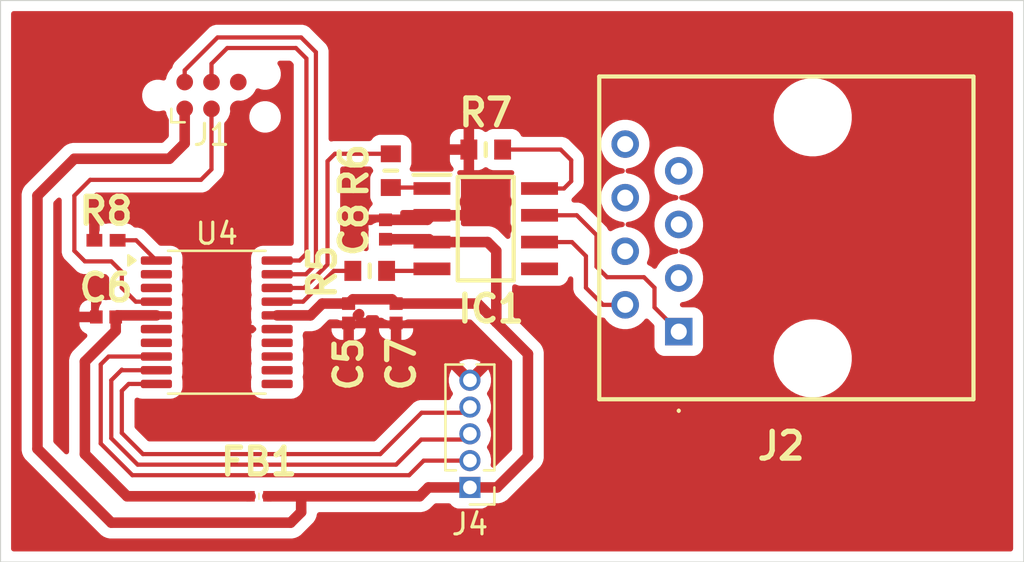
<source format=kicad_pcb>
(kicad_pcb (version 20241229) (generator "pcbnew") (generator_version "9.0")
  (layers (0 "F.Cu" signal) (2 "B.Cu" signal) (13 "F.Paste" user) (15 "B.Paste" user) (5 "F.SilkS" user "F.Silkscreen") (7 "B.SilkS" user "B.Silkscreen") (1 "F.Mask" user) (3 "B.Mask" user) (25 "Edge.Cuts" user))
  (net 0 "")
  (net 1 "GND")
  (net 2 "+3.3V")
  (net 3 "+3.3VA")
  (net 4 "Net-(IC1-D)")
  (net 5 "/CAN Interface/RS Mode")
  (net 6 "/CAN Interface/CAN_H")
  (net 7 "/CAN Interface/CAN_L")
  (net 9 "/CAN Interface/CAN_RX")
  (net 10 "/STM32 Microcontroller/SWO")
  (net 11 "/STM32 Microcontroller/NRST")
  (net 12 "/STM32 Microcontroller/SWCLK")
  (net 13 "/STM32 Microcontroller/SWDIO")
  (net 20 "/STM32 Microcontroller/USART2_TX")
  (net 21 "/STM32 Microcontroller/USART2_RX")
  (net 22 "/STM32 Microcontroller/USART2_CK")
  (net 23 "/CAN Interface/CAN_TX")
  (net 24 "/STM32 Microcontroller/BOOT0")
  (net 25 "/STM32 Microcontroller/ADC_IN0")
  (net 26 "/STM32 Microcontroller/ADC_IN1")
  (net 27 "/STM32 Microcontroller/ADC_IN5")
  (net 28 "/STM32 Microcontroller/ADC_IN6")
  (net 30 "/STM32 Microcontroller/GPIO_14")
  (net 32 "/STM32 Microcontroller/GPIO13")
  (footprint "Connector:Tag-Connect_TC2030-IDC-NL_2x03_P1.27mm_Vertical" (layer "F.Cu") (at 133.5 91.135)
    (property "Reference" "J1" (at 0 1.865 0) (layer "F.SilkS"))
    (property "Value" "TC2030")
    (fp_line (start -1.905 1.27) (end -1.905 0.635) (stroke (width 0.12)) (layer "F.SilkS"))
    (fp_line (start -1.27 1.27) (end -1.905 1.27) (stroke (width 0.12)) (layer "F.SilkS"))
    (pad "" np_thru_hole circle (at -2.54 0) (size 0.9906 0.9906) (drill 0.9906) (layers "*.Cu" "*.Mask"))
    (pad "" np_thru_hole circle (at 2.54 -1.016) (size 0.9906 0.9906) (drill 0.9906) (layers "*.Cu" "*.Mask"))
    (pad "" np_thru_hole circle (at 2.54 1.016) (size 0.9906 0.9906) (drill 0.9906) (layers "*.Cu" "*.Mask"))
    (pad "1" connect circle (at -1.27 0.635) (size 0.7874 0.7874) (layers "F.Cu" "F.Mask") (net 2 "+3.3V"))
    (pad "2" connect circle (at -1.27 -0.635) (size 0.7874 0.7874) (layers "F.Cu" "F.Mask") (net 13 "/STM32 Microcontroller/SWDIO"))
    (pad "3" connect circle (at 0 0.635) (size 0.7874 0.7874) (layers "F.Cu" "F.Mask") (net 11 "/STM32 Microcontroller/NRST"))
    (pad "4" connect circle (at 0 -0.635) (size 0.7874 0.7874) (layers "F.Cu" "F.Mask") (net 12 "/STM32 Microcontroller/SWCLK"))
    (pad "5" connect circle (at 1.27 0.635) (size 0.7874 0.7874) (layers "F.Cu" "F.Mask") (net 1 "GND"))
    (pad "6" connect circle (at 1.27 -0.635) (size 0.7874 0.7874) (layers "F.Cu" "F.Mask") (net 10 "/STM32 Microcontroller/SWO"))
    (zone (net 0) (net_name "") (layer "F.Cu") (connect_pads (clearance 0)) (min_thickness 0.254)
      (keepout (tracks allowed) (vias not_allowed) (pads allowed) (copperpour not_allowed) (footprints not_allowed))
      (fill (thermal_gap 0.508) (thermal_bridge_width 0.508))
      (polygon (pts (xy 134.77 90.5) (xy 132.23 90.5) (xy 132.23 91.77) (xy 134.77 91.77)))
    )
  )
  (footprint "Capstone:CAPC1005X70N" (layer "F.Cu") (at 140 101.46 -90)
    (property "Reference" "C5" (at 2.405 0 90) (layer "F.SilkS") (effects (font (size 1.27 1.27) (thickness 0.254))))
    (property "Value" "100nF" (hide yes))
    (pad "1" smd rect (at -0.46 0 270) (size 0.6 0.62) (layers "F.Cu" "F.Mask" "F.Paste") (net 2 "+3.3V"))
    (pad "2" smd rect (at 0.46 0 270) (size 0.6 0.62) (layers "F.Cu" "F.Mask" "F.Paste") (net 1 "GND"))
  )
  (footprint "Capstone:NFZ15SG152SN10B" (layer "F.Cu") (at 135.75 110.135 180)
    (property "Reference" "FB1" (at 0 1.635 180) (layer "F.SilkS") (effects (font (size 1.27 1.27) (thickness 0.254))))
    (property "Value" "600Ω@100MHz" (hide yes))
    (fp_line (start 0 -0.15) (end 0 0.15) (stroke (width 0.05)) (layer "F.SilkS"))
    (pad "1" smd rect (at -0.4 0 180) (size 0.4 0.5) (layers "F.Cu" "F.Mask" "F.Paste") (net 2 "+3.3V"))
    (pad "2" smd rect (at 0.4 0 180) (size 0.4 0.5) (layers "F.Cu" "F.Mask" "F.Paste") (net 3 "+3.3VA"))
  )
  (footprint "Capstone:CAPC1005X70N" (layer "F.Cu") (at 141.75 97.49 90)
    (property "Reference" "C8" (at 0 -1.5 90) (layer "F.SilkS") (effects (font (size 1.27 1.27) (thickness 0.254))))
    (property "Value" "100nF" (hide yes))
    (pad "1" smd rect (at -0.46 0 90) (size 0.6 0.62) (layers "F.Cu" "F.Mask" "F.Paste") (net 2 "+3.3V"))
    (pad "2" smd rect (at 0.46 0 90) (size 0.6 0.62) (layers "F.Cu" "F.Mask" "F.Paste") (net 1 "GND"))
  )
  (footprint "Capstone:SOT127P600X175-8N" (layer "F.Cu") (at 146.5 97.45)
    (property "Reference" "IC1" (at 0.25 3.8 0) (layer "F.SilkS") (effects (font (size 1.27 1.27) (thickness 0.254))))
    (property "Value" "SN65HVD230DR" (hide yes))
    (fp_line (start -3.425 -2.555) (end -1.675 -2.555) (stroke (width 0.2)) (layer "F.SilkS"))
    (fp_line (start -1.325 -2.452) (end 1.325 -2.452) (stroke (width 0.2)) (layer "F.SilkS"))
    (fp_line (start -1.325 2.452) (end -1.325 -2.452) (stroke (width 0.2)) (layer "F.SilkS"))
    (fp_line (start 1.325 -2.452) (end 1.325 2.452) (stroke (width 0.2)) (layer "F.SilkS"))
    (fp_line (start 1.325 2.452) (end -1.325 2.452) (stroke (width 0.2)) (layer "F.SilkS"))
    (pad "1" smd rect (at -2.55 -1.905 90) (size 0.6 1.75) (layers "F.Cu" "F.Mask" "F.Paste") (net 4 "Net-(IC1-D)"))
    (pad "2" smd rect (at -2.55 -0.635 90) (size 0.6 1.75) (layers "F.Cu" "F.Mask" "F.Paste") (net 1 "GND"))
    (pad "3" smd rect (at -2.55 0.635 90) (size 0.6 1.75) (layers "F.Cu" "F.Mask" "F.Paste") (net 2 "+3.3V"))
    (pad "4" smd rect (at -2.55 1.905 90) (size 0.6 1.75) (layers "F.Cu" "F.Mask" "F.Paste") (net 9 "/CAN Interface/CAN_RX"))
    (pad "5" smd rect (at 2.55 1.905 90) (size 0.6 1.75) (layers "F.Cu" "F.Mask" "F.Paste"))
    (pad "6" smd rect (at 2.55 0.635 90) (size 0.6 1.75) (layers "F.Cu" "F.Mask" "F.Paste") (net 7 "/CAN Interface/CAN_L"))
    (pad "7" smd rect (at 2.55 -0.635 90) (size 0.6 1.75) (layers "F.Cu" "F.Mask" "F.Paste") (net 6 "/CAN Interface/CAN_H"))
    (pad "8" smd rect (at 2.55 -1.905 90) (size 0.6 1.75) (layers "F.Cu" "F.Mask" "F.Paste") (net 5 "/CAN Interface/RS Mode"))
  )
  (footprint "Capstone:CAPC1005X70N" (layer "F.Cu") (at 128.5 101.635 180)
    (property "Reference" "C6" (at 0 1.385 180) (layer "F.SilkS") (effects (font (size 1.27 1.27) (thickness 0.254))))
    (property "Value" "100nF" (hide yes))
    (pad "1" smd rect (at -0.46 0 180) (size 0.6 0.62) (layers "F.Cu" "F.Mask" "F.Paste") (net 3 "+3.3VA"))
    (pad "2" smd rect (at 0.46 0 180) (size 0.6 0.62) (layers "F.Cu" "F.Mask" "F.Paste") (net 1 "GND"))
  )
  (footprint "Capstone:RESC1608X55N" (layer "F.Cu") (at 141 99.45)
    (property "Reference" "R5" (at -2.25 0.05 90) (layer "F.SilkS") (effects (font (size 1.27 1.27) (thickness 0.254))))
    (property "Value" "100Ω" (hide yes))
    (fp_line (start 0 -0.3) (end 0 0.3) (stroke (width 0.2)) (layer "F.SilkS"))
    (pad "1" smd rect (at -0.8 0) (size 0.8 0.95) (layers "F.Cu" "F.Mask" "F.Paste") (net 9 "/CAN Interface/CAN_RX"))
    (pad "2" smd rect (at 0.8 0) (size 0.8 0.95) (layers "F.Cu" "F.Mask" "F.Paste") (net 9 "/CAN Interface/CAN_RX"))
  )
  (footprint "Capstone:RESC1608X55N" (layer "F.Cu") (at 146.5 93.7)
    (property "Reference" "R7" (at 0 -1.75 0) (layer "F.SilkS") (effects (font (size 1.27 1.27) (thickness 0.254))))
    (property "Value" "0Ω" (hide yes))
    (fp_line (start 0 -0.3) (end 0 0.3) (stroke (width 0.2)) (layer "F.SilkS"))
    (pad "1" smd rect (at -0.8 0) (size 0.8 0.95) (layers "F.Cu" "F.Mask" "F.Paste") (net 1 "GND"))
    (pad "2" smd rect (at 0.8 0) (size 0.8 0.95) (layers "F.Cu" "F.Mask" "F.Paste") (net 5 "/CAN Interface/RS Mode"))
  )
  (footprint "Capstone:CAPC1005X70N" (layer "F.Cu") (at 142.25 101.46 -90)
    (property "Reference" "C7" (at 2.405 -0.25 90) (layer "F.SilkS") (effects (font (size 1.27 1.27) (thickness 0.254))))
    (property "Value" "1uF" (hide yes))
    (pad "1" smd rect (at -0.46 0 270) (size 0.6 0.62) (layers "F.Cu" "F.Mask" "F.Paste") (net 2 "+3.3V"))
    (pad "2" smd rect (at 0.46 0 270) (size 0.6 0.62) (layers "F.Cu" "F.Mask" "F.Paste") (net 1 "GND"))
  )
  (footprint "Capstone:54602908LF" (layer "F.Cu") (at 155.65 102.33 90)
    (property "Reference" "J2" (at -5.42 4.85 180) (layer "F.SilkS") (effects (font (size 1.27 1.27) (thickness 0.254))))
    (property "Value" "54602-908LF" (hide yes))
    (fp_line (start 12.095 -3.77) (end 12.095 13.97) (stroke (width 0.2)) (layer "F.SilkS"))
    (fp_line (start -3.205 -3.77) (end 12.095 -3.77) (stroke (width 0.2)) (layer "F.SilkS"))
    (fp_line (start -3.7 0) (end -3.7 0) (stroke (width 0.1)) (layer "F.SilkS"))
    (fp_line (start -3.8 0) (end -3.8 0) (stroke (width 0.1)) (layer "F.SilkS"))
    (fp_line (start 12.095 13.97) (end -3.205 13.97) (stroke (width 0.2)) (layer "F.SilkS"))
    (fp_line (start -3.205 13.97) (end -3.205 -3.77) (stroke (width 0.2)) (layer "F.SilkS"))
    (fp_arc (start -3.7 0) (mid -3.75 0.05) (end -3.8 0) (stroke (width 0.1)) (layer "F.SilkS"))
    (fp_arc (start -3.8 0) (mid -3.75 -0.05) (end -3.7 0) (stroke (width 0.1)) (layer "F.SilkS"))
    (pad "" np_thru_hole circle (at -1.27 6.35 90) (size 3.2 3.2) (drill 3.2) (layers "*.Cu" "*.Mask"))
    (pad "" np_thru_hole circle (at 10.16 6.35 90) (size 3.2 3.2) (drill 3.2) (layers "*.Cu" "*.Mask"))
    (pad "1" thru_hole rect (at 0 0 90) (size 1.303 1.303) (drill 0.76) (layers "*.Cu" "*.Mask") (net 6 "/CAN Interface/CAN_H"))
    (pad "2" thru_hole circle (at 1.27 -2.54 90) (size 1.303 1.303) (drill 0.76) (layers "*.Cu" "*.Mask") (net 7 "/CAN Interface/CAN_L"))
    (pad "3" thru_hole circle (at 2.54 0 90) (size 1.303 1.303) (drill 0.76) (layers "*.Cu" "*.Mask"))
    (pad "4" thru_hole circle (at 3.81 -2.54 90) (size 1.303 1.303) (drill 0.76) (layers "*.Cu" "*.Mask"))
    (pad "5" thru_hole circle (at 5.08 0 90) (size 1.303 1.303) (drill 0.76) (layers "*.Cu" "*.Mask"))
    (pad "6" thru_hole circle (at 6.35 -2.54 90) (size 1.303 1.303) (drill 0.76) (layers "*.Cu" "*.Mask"))
    (pad "7" thru_hole circle (at 7.62 0 90) (size 1.303 1.303) (drill 0.76) (layers "*.Cu" "*.Mask"))
    (pad "8" thru_hole circle (at 8.89 -2.54 90) (size 1.303 1.303) (drill 0.76) (layers "*.Cu" "*.Mask"))
  )
  (footprint "Package_SO:TSSOP-20_4.4x6.5mm_P0.65mm" (layer "F.Cu") (at 133.75 101.885)
    (property "Reference" "U4" (at 0 -4.2 0) (layer "F.SilkS"))
    (property "Value" "STM32F042F4P6")
    (fp_line (start -2.31 -3.385) (end 2.31 -3.385) (stroke (width 0.12)) (layer "F.SilkS"))
    (fp_line (start 2.31 3.385) (end -2.31 3.385) (stroke (width 0.12)) (layer "F.SilkS"))
    (fp_poly (pts (xy -3.86 -2.93) (xy -4.19 -2.69) (xy -4.19 -3.17)) (stroke (width 0.12)) (fill yes) (layer "F.SilkS"))
    (pad "1" smd roundrect (at -2.8625 -2.925) (size 1.475 0.4) (layers "F.Cu" "F.Mask" "F.Paste") (net 24 "/STM32 Microcontroller/BOOT0"))
    (pad "2" smd roundrect (at -2.8625 -2.275) (size 1.475 0.4) (layers "F.Cu" "F.Mask" "F.Paste"))
    (pad "3" smd roundrect (at -2.8625 -1.625) (size 1.475 0.4) (layers "F.Cu" "F.Mask" "F.Paste"))
    (pad "4" smd roundrect (at -2.8625 -0.975) (size 1.475 0.4) (layers "F.Cu" "F.Mask" "F.Paste") (net 11 "/STM32 Microcontroller/NRST"))
    (pad "5" smd roundrect (at -2.8625 -0.325) (size 1.475 0.4) (layers "F.Cu" "F.Mask" "F.Paste") (net 3 "+3.3VA"))
    (pad "6" smd roundrect (at -2.8625 0.325) (size 1.475 0.4) (layers "F.Cu" "F.Mask" "F.Paste") (net 25 "/STM32 Microcontroller/ADC_IN0"))
    (pad "7" smd roundrect (at -2.8625 0.975) (size 1.475 0.4) (layers "F.Cu" "F.Mask" "F.Paste") (net 26 "/STM32 Microcontroller/ADC_IN1"))
    (pad "8" smd roundrect (at -2.8625 1.625) (size 1.475 0.4) (layers "F.Cu" "F.Mask" "F.Paste") (net 20 "/STM32 Microcontroller/USART2_TX"))
    (pad "9" smd roundrect (at -2.8625 2.275) (size 1.475 0.4) (layers "F.Cu" "F.Mask" "F.Paste") (net 21 "/STM32 Microcontroller/USART2_RX"))
    (pad "10" smd roundrect (at -2.8625 2.925) (size 1.475 0.4) (layers "F.Cu" "F.Mask" "F.Paste") (net 22 "/STM32 Microcontroller/USART2_CK"))
    (pad "11" smd roundrect (at 2.8625 2.925) (size 1.475 0.4) (layers "F.Cu" "F.Mask" "F.Paste") (net 27 "/STM32 Microcontroller/ADC_IN5"))
    (pad "12" smd roundrect (at 2.8625 2.275) (size 1.475 0.4) (layers "F.Cu" "F.Mask" "F.Paste") (net 28 "/STM32 Microcontroller/ADC_IN6"))
    (pad "13" smd roundrect (at 2.8625 1.625) (size 1.475 0.4) (layers "F.Cu" "F.Mask" "F.Paste") (net 32 "/STM32 Microcontroller/GPIO13"))
    (pad "14" smd roundrect (at 2.8625 0.975) (size 1.475 0.4) (layers "F.Cu" "F.Mask" "F.Paste") (net 30 "/STM32 Microcontroller/GPIO_14"))
    (pad "15" smd roundrect (at 2.8625 0.325) (size 1.475 0.4) (layers "F.Cu" "F.Mask" "F.Paste") (net 1 "GND"))
    (pad "16" smd roundrect (at 2.8625 -0.325) (size 1.475 0.4) (layers "F.Cu" "F.Mask" "F.Paste") (net 2 "+3.3V"))
    (pad "17" smd roundrect (at 2.8625 -0.975) (size 1.475 0.4) (layers "F.Cu" "F.Mask" "F.Paste") (net 9 "/CAN Interface/CAN_RX"))
    (pad "18" smd roundrect (at 2.8625 -1.625) (size 1.475 0.4) (layers "F.Cu" "F.Mask" "F.Paste") (net 23 "/CAN Interface/CAN_TX"))
    (pad "19" smd roundrect (at 2.8625 -2.275) (size 1.475 0.4) (layers "F.Cu" "F.Mask" "F.Paste") (net 13 "/STM32 Microcontroller/SWDIO"))
    (pad "20" smd roundrect (at 2.8625 -2.925) (size 1.475 0.4) (layers "F.Cu" "F.Mask" "F.Paste") (net 12 "/STM32 Microcontroller/SWCLK"))
  )
  (footprint "Connector_PinHeader_1.27mm:PinHeader_1x05_P1.27mm_Vertical" (layer "F.Cu") (at 145.75 109.715 180)
    (property "Reference" "J4" (at 0 -1.745 0) (layer "F.SilkS"))
    (property "Value" "Conn_01x05_Pin")
    (fp_line (start 1.16 0.81) (end 1.16 5.825) (stroke (width 0.12)) (layer "F.SilkS"))
    (fp_line (start 0.666708 0.81) (end 1.16 0.81) (stroke (width 0.12)) (layer "F.SilkS"))
    (fp_line (start 0.317923 5.825) (end 1.16 5.825) (stroke (width 0.12)) (layer "F.SilkS"))
    (fp_line (start -1.16 5.825) (end -0.317923 5.825) (stroke (width 0.12)) (layer "F.SilkS"))
    (fp_line (start -1.16 0.81) (end -0.666708 0.81) (stroke (width 0.12)) (layer "F.SilkS"))
    (fp_line (start -1.16 0.81) (end -1.16 5.825) (stroke (width 0.12)) (layer "F.SilkS"))
    (fp_line (start -1.16 0) (end -1.16 -0.81) (stroke (width 0.12)) (layer "F.SilkS"))
    (fp_line (start -1.16 -0.81) (end 0 -0.81) (stroke (width 0.12)) (layer "F.SilkS"))
    (pad "1" thru_hole rect (at 0 0 180) (size 1 1) (drill 0.65) (layers "*.Cu" "*.Mask") (net 2 "+3.3V"))
    (pad "2" thru_hole circle (at 0 1.27 180) (size 1 1) (drill 0.65) (layers "*.Cu" "*.Mask") (net 20 "/STM32 Microcontroller/USART2_TX"))
    (pad "3" thru_hole circle (at 0 2.54 180) (size 1 1) (drill 0.65) (layers "*.Cu" "*.Mask") (net 21 "/STM32 Microcontroller/USART2_RX"))
    (pad "4" thru_hole circle (at 0 3.81 180) (size 1 1) (drill 0.65) (layers "*.Cu" "*.Mask") (net 22 "/STM32 Microcontroller/USART2_CK"))
    (pad "5" thru_hole circle (at 0 5.08 180) (size 1 1) (drill 0.65) (layers "*.Cu" "*.Mask") (net 1 "GND"))
  )
  (footprint "Capstone:RESC1608X55N" (layer "F.Cu") (at 142 94.7 -90)
    (property "Reference" "R6" (at 0 1.75 90) (layer "F.SilkS") (effects (font (size 1.27 1.27) (thickness 0.254))))
    (property "Value" "100Ω" (hide yes))
    (fp_line (start 0 -0.3) (end 0 0.3) (stroke (width 0.2)) (layer "F.SilkS"))
    (pad "1" smd rect (at -0.8 0 270) (size 0.8 0.95) (layers "F.Cu" "F.Mask" "F.Paste") (net 23 "/CAN Interface/CAN_TX"))
    (pad "2" smd rect (at 0.8 0 270) (size 0.8 0.95) (layers "F.Cu" "F.Mask" "F.Paste") (net 4 "Net-(IC1-D)"))
  )
  (footprint "Capstone:RESC1005X40N" (layer "F.Cu") (at 128.5 98)
    (property "Reference" "R8" (at 0 -1.385 0) (layer "F.SilkS") (effects (font (size 1.27 1.27) (thickness 0.254))))
    (property "Value" "100kΩ" (hide yes))
    (pad "1" smd rect (at -0.55 0 90) (size 0.6 0.75) (layers "F.Cu" "F.Mask" "F.Paste") (net 1 "GND"))
    (pad "2" smd rect (at 0.55 0 90) (size 0.6 0.75) (layers "F.Cu" "F.Mask" "F.Paste") (net 24 "/STM32 Microcontroller/BOOT0"))
  )
  (gr_rect (start 123.5 86.635) (end 172 113.25) (stroke (width 0.05)) (fill no) (layer "Edge.Cuts"))
  (segment (start 141.75 97.03) (end 143.735 97.03) (width 0.5) (layer "F.Cu") (net 1))
  (segment (start 140.44 101.56) (end 140.5 101.5) (width 0.5) (layer "F.Cu") (net 1))
  (segment (start 143.735 97.03) (end 143.95 96.815) (width 0.5) (layer "F.Cu") (net 1))
  (segment (start 142.25 101) (end 142.049 100.799) (width 0.5) (layer "F.Cu") (net 2))
  (segment (start 125.25 95.885) (end 127 94.135) (width 0.5) (layer "F.Cu") (net 2))
  (segment (start 137.75 110.135) (end 137.75 110.885) (width 0.5) (layer "F.Cu") (net 2))
  (segment (start 146.585 98.085) (end 147 98.5) (width 0.5) (layer "F.Cu") (net 2))
  (segment (start 148.5 103.385) (end 147 101.885) (width 0.5) (layer "F.Cu") (net 2))
  (segment (start 145.75 109.715) (end 147.035 109.715) (width 0.5) (layer "F.Cu") (net 2))
  (segment (start 137.75 110.135) (end 143.365 110.135) (width 0.5) (layer "F.Cu") (net 2))
  (segment (start 143.365 110.135) (end 143.785 109.715) (width 0.5) (layer "F.Cu") (net 2))
  (segment (start 148.5 108.25) (end 148.5 103.385) (width 0.5) (layer "F.Cu") (net 2))
  (segment (start 146.115 101) (end 147 101.885) (width 0.5) (layer "F.Cu") (net 2))
  (segment (start 132.23 93.405) (end 132.23 91.77) (width 0.5) (layer "F.Cu") (net 2))
  (segment (start 143.95 98.085) (end 146.585 98.085) (width 0.5) (layer "F.Cu") (net 2))
  (segment (start 137.75 110.885) (end 137.25 111.385) (width 0.5) (layer "F.Cu") (net 2))
  (segment (start 143.815 97.95) (end 143.95 98.085) (width 0.5) (layer "F.Cu") (net 2))
  (segment (start 138.19 101.56) (end 138.75 101) (width 0.5) (layer "F.Cu") (net 2))
  (segment (start 143.785 109.715) (end 145.75 109.715) (width 0.5) (layer "F.Cu") (net 2))
  (segment (start 142.25 101) (end 146.115 101) (width 0.5) (layer "F.Cu") (net 2))
  (segment (start 136.6125 101.56) (end 138.19 101.56) (width 0.5) (layer "F.Cu") (net 2))
  (segment (start 147 98.5) (end 147 101.885) (width 0.5) (layer "F.Cu") (net 2))
  (segment (start 137.25 111.385) (end 128.75 111.385) (width 0.5) (layer "F.Cu") (net 2))
  (segment (start 128.75 111.385) (end 125.25 107.885) (width 0.5) (layer "F.Cu") (net 2))
  (segment (start 127 94.135) (end 131.5 94.135) (width 0.5) (layer "F.Cu") (net 2))
  (segment (start 141.75 97.95) (end 143.815 97.95) (width 0.5) (layer "F.Cu") (net 2))
  (segment (start 125.25 107.885) (end 125.25 95.885) (width 0.5) (layer "F.Cu") (net 2))
  (segment (start 142.049 100.799) (end 140.201 100.799) (width 0.5) (layer "F.Cu") (net 2))
  (segment (start 138.75 101) (end 140 101) (width 0.5) (layer "F.Cu") (net 2))
  (segment (start 137.75 110.135) (end 136.15 110.135) (width 0.5) (layer "F.Cu") (net 2))
  (segment (start 140.201 100.799) (end 140 101) (width 0.5) (layer "F.Cu") (net 2))
  (segment (start 131.5 94.135) (end 132.23 93.405) (width 0.5) (layer "F.Cu") (net 2))
  (segment (start 147.035 109.715) (end 148.5 108.25) (width 0.5) (layer "F.Cu") (net 2))
  (segment (start 130.8875 101.56) (end 129.035 101.56) (width 0.5) (layer "F.Cu") (net 3))
  (segment (start 129.035 101.56) (end 128.96 101.635) (width 0.5) (layer "F.Cu") (net 3))
  (segment (start 127.5 108.135) (end 127.5 103.75) (width 0.5) (layer "F.Cu") (net 3))
  (segment (start 128.96 102.29) (end 128.96 101.635) (width 0.5) (layer "F.Cu") (net 3))
  (segment (start 129.5 110.135) (end 127.5 108.135) (width 0.5) (layer "F.Cu") (net 3))
  (segment (start 127.5 103.75) (end 128.96 102.29) (width 0.5) (layer "F.Cu") (net 3))
  (segment (start 135.35 110.135) (end 129.5 110.135) (width 0.5) (layer "F.Cu") (net 3))
  (segment (start 143.905 95.5) (end 143.95 95.545) (width 0.2) (layer "F.Cu") (net 4))
  (segment (start 142 95.5) (end 143.905 95.5) (width 0.2) (layer "F.Cu") (net 4))
  (segment (start 147.3 93.7) (end 150.05 93.7) (width 0.2) (layer "F.Cu") (net 5))
  (segment (start 150.05 93.7) (end 150.55 94.2) (width 0.2) (layer "F.Cu") (net 5))
  (segment (start 150.205 95.545) (end 150.55 95.2) (width 0.2) (layer "F.Cu") (net 5))
  (segment (start 149.05 95.545) (end 150.205 95.545) (width 0.2) (layer "F.Cu") (net 5))
  (segment (start 150.55 94.2) (end 150.55 95.2) (width 0.2) (layer "F.Cu") (net 5))
  (segment (start 152.25 99.75) (end 151.75 99.25) (width 0.2) (layer "F.Cu") (net 6))
  (segment (start 151.75 99.25) (end 151.75 97.75) (width 0.2) (layer "F.Cu") (net 6))
  (segment (start 150.815 96.815) (end 149.05 96.815) (width 0.2) (layer "F.Cu") (net 6))
  (segment (start 151.75 97.75) (end 150.815 96.815) (width 0.2) (layer "F.Cu") (net 6))
  (segment (start 154 99.75) (end 152.25 99.75) (width 0.2) (layer "F.Cu") (net 6))
  (segment (start 154.5 100.25) (end 154 99.75) (width 0.2) (layer "F.Cu") (net 6))
  (segment (start 155.65 102.33) (end 154.5 101.18) (width 0.2) (layer "F.Cu") (net 6))
  (segment (start 154.5 101.18) (end 154.5 100.25) (width 0.2) (layer "F.Cu") (net 6))
  (segment (start 151.25 98.75) (end 150.585 98.085) (width 0.2) (layer "F.Cu") (net 7))
  (segment (start 150.585 98.085) (end 149.05 98.085) (width 0.2) (layer "F.Cu") (net 7))
  (segment (start 153.11 101.06) (end 152.06 101.06) (width 0.2) (layer "F.Cu") (net 7))
  (segment (start 151.25 100.25) (end 151.25 98.75) (width 0.2) (layer "F.Cu") (net 7))
  (segment (start 152.06 101.06) (end 151.25 100.25) (width 0.2) (layer "F.Cu") (net 7))
  (segment (start 139.3 99.45) (end 140.2 99.45) (width 0.2) (layer "F.Cu") (net 9))
  (segment (start 141.8 99.45) (end 143.855 99.45) (width 0.2) (layer "F.Cu") (net 9))
  (segment (start 137.84 100.91) (end 139.3 99.45) (width 0.2) (layer "F.Cu") (net 9))
  (segment (start 143.855 99.45) (end 143.95 99.355) (width 0.2) (layer "F.Cu") (net 9))
  (segment (start 136.6125 100.91) (end 137.84 100.91) (width 0.2) (layer "F.Cu") (net 9))
  (segment (start 133.5 94.635) (end 133 95.135) (width 0.2) (layer "F.Cu") (net 11))
  (segment (start 128.75 99) (end 127.5 99) (width 0.2) (layer "F.Cu") (net 11))
  (segment (start 133.5 91.77) (end 133.5 94.635) (width 0.2) (layer "F.Cu") (net 11))
  (segment (start 129.91 100.91) (end 129.25 100.25) (width 0.2) (layer "F.Cu") (net 11))
  (segment (start 129.25 100.25) (end 129.25 99.5) (width 0.2) (layer "F.Cu") (net 11))
  (segment (start 130.8875 100.91) (end 129.91 100.91) (width 0.2) (layer "F.Cu") (net 11))
  (segment (start 127.75 95.135) (end 127 95.885) (width 0.2) (layer "F.Cu") (net 11))
  (segment (start 127.5 99) (end 127 98.5) (width 0.2) (layer "F.Cu") (net 11))
  (segment (start 133 95.135) (end 127.75 95.135) (width 0.2) (layer "F.Cu") (net 11))
  (segment (start 129.25 99.5) (end 128.75 99) (width 0.2) (layer "F.Cu") (net 11))
  (segment (start 127 98.5) (end 127 95.885) (width 0.2) (layer "F.Cu") (net 11))
  (segment (start 137.5 88.885) (end 134.25 88.885) (width 0.2) (layer "F.Cu") (net 12))
  (segment (start 138 89.385) (end 137.5 88.885) (width 0.2) (layer "F.Cu") (net 12))
  (segment (start 133.5 89.635) (end 133.5 90.5) (width 0.2) (layer "F.Cu") (net 12))
  (segment (start 137.675 98.96) (end 138 98.635) (width 0.2) (layer "F.Cu") (net 12))
  (segment (start 136.6125 98.96) (end 137.675 98.96) (width 0.2) (layer "F.Cu") (net 12))
  (segment (start 134.25 88.885) (end 133.5 89.635) (width 0.2) (layer "F.Cu") (net 12))
  (segment (start 138 98.635) (end 138 89.385) (width 0.2) (layer "F.Cu") (net 12))
  (segment (start 137.975 99.61) (end 138.45 99.135) (width 0.2) (layer "F.Cu") (net 13))
  (segment (start 132.23 89.943225) (end 133.788225 88.385) (width 0.2) (layer "F.Cu") (net 13))
  (segment (start 132.23 90.5) (end 132.23 89.943225) (width 0.2) (layer "F.Cu") (net 13))
  (segment (start 137.975 99.61) (end 136.6125 99.61) (width 0.2) (layer "F.Cu") (net 13))
  (segment (start 138.45 99.135) (end 138.45 89.085) (width 0.2) (layer "F.Cu") (net 13))
  (segment (start 137.75 88.385) (end 133.788225 88.385) (width 0.2) (layer "F.Cu") (net 13))
  (segment (start 138.45 89.085) (end 137.75 88.385) (width 0.2) (layer "F.Cu") (net 13))
  (segment (start 145.75 108.445) (end 143.56 108.445) (width 0.2) (layer "F.Cu") (net 20))
  (segment (start 129.75 109.135) (end 128.25 107.635) (width 0.2) (layer "F.Cu") (net 20))
  (segment (start 128.625 103.51) (end 130.8875 103.51) (width 0.2) (layer "F.Cu") (net 20))
  (segment (start 128.25 107.635) (end 128.25 103.885) (width 0.2) (layer "F.Cu") (net 20))
  (segment (start 142.87 109.135) (end 129.75 109.135) (width 0.2) (layer "F.Cu") (net 20))
  (segment (start 143.56 108.445) (end 142.87 109.135) (width 0.2) (layer "F.Cu") (net 20))
  (segment (start 128.25 103.885) (end 128.625 103.51) (width 0.2) (layer "F.Cu") (net 20))
  (segment (start 142.25 108.635) (end 130 108.635) (width 0.2) (layer "F.Cu") (net 21))
  (segment (start 143.44 107.445) (end 142.25 108.635) (width 0.2) (layer "F.Cu") (net 21))
  (segment (start 129.275 104.16) (end 130.8875 104.16) (width 0.2) (layer "F.Cu") (net 21))
  (segment (start 128.75 107.385) (end 128.75 104.635) (width 0.2) (layer "F.Cu") (net 21))
  (segment (start 128.75 104.635) (end 129.25 104.135) (width 0.2) (layer "F.Cu") (net 21))
  (segment (start 129.25 104.135) (end 129.275 104.16) (width 0.2) (layer "F.Cu") (net 21))
  (segment (start 145.75 107.445) (end 143.44 107.445) (width 0.2) (layer "F.Cu") (net 21))
  (segment (start 130 108.635) (end 128.75 107.385) (width 0.2) (layer "F.Cu") (net 21))
  (segment (start 143.46 106.175) (end 141.5 108.135) (width 0.2) (layer "F.Cu") (net 22))
  (segment (start 129.25 107.135) (end 129.25 105.135) (width 0.2) (layer "F.Cu") (net 22))
  (segment (start 129.575 104.81) (end 130.8875 104.81) (width 0.2) (layer "F.Cu") (net 22))
  (segment (start 129.25 105.135) (end 129.575 104.81) (width 0.2) (layer "F.Cu") (net 22))
  (segment (start 130.25 108.135) (end 129.25 107.135) (width 0.2) (layer "F.Cu") (net 22))
  (segment (start 141.5 108.135) (end 130.25 108.135) (width 0.2) (layer "F.Cu") (net 22))
  (segment (start 145.75 106.175) (end 143.46 106.175) (width 0.2) (layer "F.Cu") (net 22))
  (segment (start 137.8921 100.26) (end 139 99.1521) (width 0.2) (layer "F.Cu") (net 23))
  (segment (start 139.35 93.9) (end 142 93.9) (width 0.2) (layer "F.Cu") (net 23))
  (segment (start 136.6125 100.26) (end 137.8921 100.26) (width 0.2) (layer "F.Cu") (net 23))
  (segment (start 139 94.25) (end 139.35 93.9) (width 0.2) (layer "F.Cu") (net 23))
  (segment (start 139 99.1521) (end 139 94.25) (width 0.2) (layer "F.Cu") (net 23))
  (segment (start 130.8875 98.96) (end 129.9275 98) (width 0.2) (layer "F.Cu") (net 24))
  (segment (start 129.9275 98) (end 129.05 98) (width 0.2) (layer "F.Cu") (net 24))
  (segment (start 130.8125 98.885) (end 130.8875 98.96) (width 0.2) (layer "F.Cu") (net 24))
  (zone (net 1) (net_name "GND") (layer "F.Cu") (connect_pads (clearance 0.5)) (min_thickness 0.25) (fill yes (thermal_gap 0.5) (thermal_bridge_width 0.5))
    (polygon (pts (xy 123.5 86.635) (xy 172 86.635) (xy 172 113.135) (xy 123.5 113.135)))
  )
)
</source>
